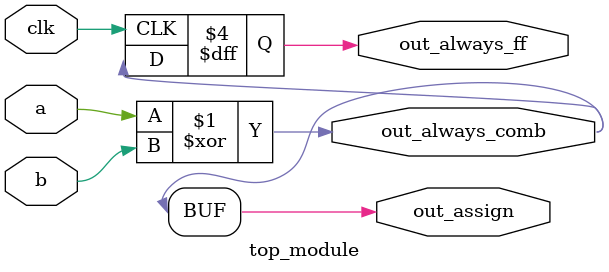
<source format=sv>
module top_module(
    input clk,
    input a, 
    input b,
    output out_assign,
    output reg out_always_comb,
    output reg out_always_ff
);

    // Assign the XOR of a and b to out_assign
    assign out_assign = a ^ b;

    // Assign the same value to out_always_comb using an always block
    always @(a, b) begin
        out_always_comb = out_assign;
    end

    // Assign the same value to out_always_ff using a synchronized always block
    always @(posedge clk) begin
        out_always_ff <= out_assign;
    end

endmodule

</source>
